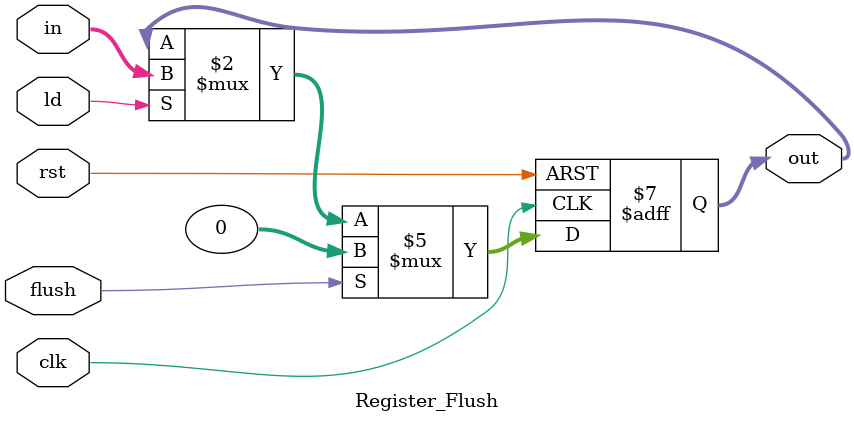
<source format=v>
module Register_Flush(clk, rst, flush, ld, in, out);

	parameter WORD_LENGTH = 32;
	input clk, flush, rst, ld;
	input[WORD_LENGTH - 1:0] in;
	output reg[WORD_LENGTH - 1:0] out;

	always@(posedge clk, posedge rst)
	begin
		if (rst) out <= 0;
		else if (flush) out <= 0;
		else if (ld) out <= in;
	end

endmodule


// Add R1 R2 R3
// B #10
// ADD R3 R1 R2

</source>
